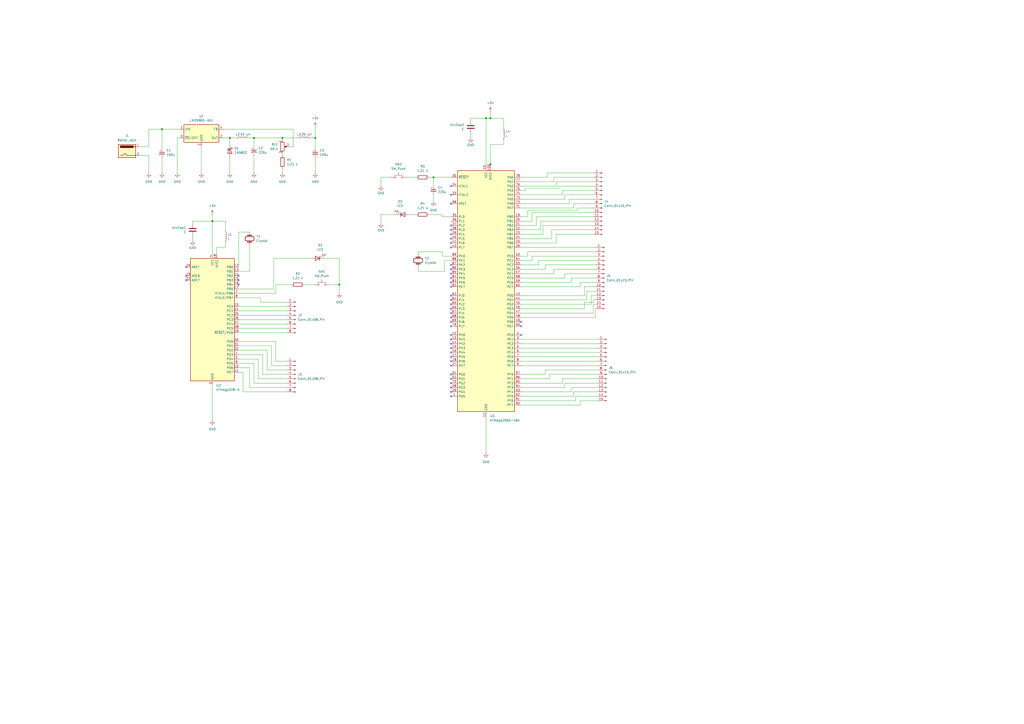
<source format=kicad_sch>
(kicad_sch (version 20231120) (generator "eeschema") (generator_version "8.0")
  (paper "A2")
  (lib_symbols
    (symbol "Connector:Barrel_Jack" (pin_names (offset 1.016))
      (property "Reference" "J" (at 0 5.334 0))
      (property "Value" "Barrel_Jack" (at 0 -5.08 0))
      (symbol "Barrel_Jack_1_1"
        (pin passive line (at 7.62 2.54 180) (length 2.54) (name "~") (number "1"))
        (pin passive line (at 7.62 -2.54 180) (length 2.54) (name "~") (number "2"))
      )
    )
    (symbol "Connector:Conn_01x08_Pin" (pin_names (offset 1.016) hide)
      (property "Reference" "J" (at 0 10.16 0))
      (property "Value" "Conn_01x08_Pin" (at 0 -12.7 0))
      (symbol "Conn_01x08_Pin_1_1"
        (pin passive line (at 5.08 7.62 180) (length 3.81) (name "Pin_1") (number "1"))
        (pin passive line (at 5.08 5.08 180) (length 3.81) (name "Pin_2") (number "2"))
        (pin passive line (at 5.08 2.54 180) (length 3.81) (name "Pin_3") (number "3"))
        (pin passive line (at 5.08 0 180) (length 3.81) (name "Pin_4") (number "4"))
        (pin passive line (at 5.08 -2.54 180) (length 3.81) (name "Pin_5") (number "5"))
        (pin passive line (at 5.08 -5.08 180) (length 3.81) (name "Pin_6") (number "6"))
        (pin passive line (at 5.08 -7.62 180) (length 3.81) (name "Pin_7") (number "7"))
        (pin passive line (at 5.08 -10.16 180) (length 3.81) (name "Pin_8") (number "8"))
      )
    )
    (symbol "Connector:Conn_01x15_Pin" (pin_names (offset 1.016) hide)
      (property "Reference" "J" (at 0 20.32 0))
      (property "Value" "Conn_01x15_Pin" (at 0 -20.32 0))
      (symbol "Conn_01x15_Pin_1_1"
        (pin passive line (at 5.08 17.78 180) (length 3.81) (name "Pin_1") (number "1"))
        (pin passive line (at 5.08 -5.08 180) (length 3.81) (name "Pin_10") (number "10"))
        (pin passive line (at 5.08 -7.62 180) (length 3.81) (name "Pin_11") (number "11"))
        (pin passive line (at 5.08 -10.16 180) (length 3.81) (name "Pin_12") (number "12"))
        (pin passive line (at 5.08 -12.7 180) (length 3.81) (name "Pin_13") (number "13"))
        (pin passive line (at 5.08 -15.24 180) (length 3.81) (name "Pin_14") (number "14"))
        (pin passive line (at 5.08 -17.78 180) (length 3.81) (name "Pin_15") (number "15"))
        (pin passive line (at 5.08 15.24 180) (length 3.81) (name "Pin_2") (number "2"))
        (pin passive line (at 5.08 12.7 180) (length 3.81) (name "Pin_3") (number "3"))
        (pin passive line (at 5.08 10.16 180) (length 3.81) (name "Pin_4") (number "4"))
        (pin passive line (at 5.08 7.62 180) (length 3.81) (name "Pin_5") (number "5"))
        (pin passive line (at 5.08 5.08 180) (length 3.81) (name "Pin_6") (number "6"))
        (pin passive line (at 5.08 2.54 180) (length 3.81) (name "Pin_7") (number "7"))
        (pin passive line (at 5.08 0 180) (length 3.81) (name "Pin_8") (number "8"))
        (pin passive line (at 5.08 -2.54 180) (length 3.81) (name "Pin_9") (number "9"))
      )
    )
    (symbol "Device:C" (pin_numbers hide) (pin_names (offset 0.254))
      (property "Reference" "C" (at 0.635 2.54 0))
      (property "Value" "C" (at 0.635 -2.54 0))
      (symbol "C_1_1"
        (pin passive line (at 0 3.81 270) (length 2.794) (name "~") (number "1"))
        (pin passive line (at 0 -3.81 90) (length 2.794) (name "~") (number "2"))
      )
    )
    (symbol "Device:C_Polarized_Small_US" (pin_numbers hide) (pin_names (offset 0.254) hide)
      (property "Reference" "C" (at 0.254 1.778 0))
      (property "Value" "C_Polarized_Small_US" (at 0.254 -2.032 0))
      (symbol "C_Polarized_Small_US_1_1"
        (pin passive line (at 0 2.54 270) (length 2.032) (name "~") (number "1"))
        (pin passive line (at 0 -2.54 90) (length 2.032) (name "~") (number "2"))
      )
    )
    (symbol "Device:Crystal" (pin_numbers hide) (pin_names (offset 1.016) hide)
      (property "Reference" "Y" (at 0 3.81 0))
      (property "Value" "Crystal" (at 0 -3.81 0))
      (symbol "Crystal_1_1"
        (pin passive line (at -3.81 0 0) (length 1.27) (name "1") (number "1"))
        (pin passive line (at 3.81 0 180) (length 1.27) (name "2") (number "2"))
      )
    )
    (symbol "Device:L" (pin_numbers hide) (pin_names (offset 1.016) hide)
      (property "Reference" "L" (at -1.27 0 90))
      (property "Value" "L" (at 1.905 0 90))
      (symbol "L_1_1"
        (pin passive line (at 0 3.81 270) (length 1.27) (name "1") (number "1"))
        (pin passive line (at 0 -3.81 90) (length 1.27) (name "2") (number "2"))
      )
    )
    (symbol "Device:LED" (pin_numbers hide) (pin_names (offset 1.016) hide)
      (property "Reference" "D" (at 0 2.54 0))
      (property "Value" "LED" (at 0 -2.54 0))
      (symbol "LED_1_1"
        (pin passive line (at -3.81 0 0) (length 2.54) (name "K") (number "1"))
        (pin passive line (at 3.81 0 180) (length 2.54) (name "A") (number "2"))
      )
    )
    (symbol "Device:R" (pin_numbers hide) (pin_names (offset 0))
      (property "Reference" "R" (at 2.032 0 90))
      (property "Value" "R" (at 0 0 90))
      (symbol "R_1_1"
        (pin passive line (at 0 3.81 270) (length 1.27) (name "~") (number "1"))
        (pin passive line (at 0 -3.81 90) (length 1.27) (name "~") (number "2"))
      )
    )
    (symbol "Device:R_Potentiometer" (pin_names (offset 1.016) hide)
      (property "Reference" "RV" (at -4.445 0 90))
      (property "Value" "R_Potentiometer" (at -2.54 0 90))
      (symbol "R_Potentiometer_1_1"
        (pin passive line (at 0 3.81 270) (length 1.27) (name "1") (number "1"))
        (pin passive line (at 3.81 0 180) (length 1.27) (name "2") (number "2"))
        (pin passive line (at 0 -3.81 90) (length 1.27) (name "3") (number "3"))
      )
    )
    (symbol "Diode:1N5822" (pin_numbers hide) (pin_names (offset 1.016) hide)
      (property "Reference" "D" (at 0 2.54 0))
      (property "Value" "1N5822" (at 0 -2.54 0))
      (symbol "1N5822_1_1"
        (pin passive line (at -3.81 0 0) (length 2.54) (name "K") (number "1"))
        (pin passive line (at 3.81 0 180) (length 2.54) (name "A") (number "2"))
      )
    )
    (symbol "MCU_Microchip_ATmega:ATmega2560-16A"
      (property "Reference" "U" (at 0 1.27 0))
      (property "Value" "ATmega2560-16A" (at 0 -1.27 0))
      (symbol "ATmega2560-16A_1_1"
        (pin bidirectional line (at -20.32 -60.96 0) (length 3.81) (name "PG5") (number "1"))
        (pin power_in line (at 0 73.66 270) (length 3.81) (name "VCC") (number "10"))
        (pin power_in line (at 2.54 73.66 270) (length 3.81) (name "AVCC") (number "100"))
        (pin power_in line (at 0 -73.66 90) (length 3.81) (name "GND") (number "11"))
        (pin bidirectional line (at -20.32 -25.4 0) (length 3.81) (name "PH0") (number "12"))
        (pin bidirectional line (at -20.32 -27.94 0) (length 3.81) (name "PH1") (number "13"))
        (pin bidirectional line (at -20.32 -30.48 0) (length 3.81) (name "PH2") (number "14"))
        (pin bidirectional line (at -20.32 -33.02 0) (length 3.81) (name "PH3") (number "15"))
        (pin bidirectional line (at -20.32 -35.56 0) (length 3.81) (name "PH4") (number "16"))
        (pin bidirectional line (at -20.32 -38.1 0) (length 3.81) (name "PH5") (number "17"))
        (pin bidirectional line (at -20.32 -40.64 0) (length 3.81) (name "PH6") (number "18"))
        (pin bidirectional line (at 20.32 43.18 180) (length 3.81) (name "PB0") (number "19"))
        (pin bidirectional line (at 20.32 -25.4 180) (length 3.81) (name "PE0") (number "2"))
        (pin bidirectional line (at 20.32 40.64 180) (length 3.81) (name "PB1") (number "20"))
        (pin bidirectional line (at 20.32 38.1 180) (length 3.81) (name "PB2") (number "21"))
        (pin bidirectional line (at 20.32 35.56 180) (length 3.81) (name "PB3") (number "22"))
        (pin bidirectional line (at 20.32 33.02 180) (length 3.81) (name "PB4") (number "23"))
        (pin bidirectional line (at 20.32 30.48 180) (length 3.81) (name "PB5") (number "24"))
        (pin bidirectional line (at 20.32 27.94 180) (length 3.81) (name "PB6") (number "25"))
        (pin bidirectional line (at 20.32 25.4 180) (length 3.81) (name "PB7") (number "26"))
        (pin bidirectional line (at -20.32 -43.18 0) (length 3.81) (name "PH7") (number "27"))
        (pin bidirectional line (at -20.32 -55.88 0) (length 3.81) (name "PG3") (number "28"))
        (pin bidirectional line (at -20.32 -58.42 0) (length 3.81) (name "PG4") (number "29"))
        (pin bidirectional line (at 20.32 -27.94 180) (length 3.81) (name "PE1") (number "3"))
        (pin input line (at -20.32 66.04 0) (length 3.81) (name "~{RESET}") (number "30"))
        (pin passive line (at 0 73.66 270) (length 3.81) hide (name "VCC") (number "31"))
        (pin passive line (at 0 -73.66 90) (length 3.81) hide (name "GND") (number "32"))
        (pin output line (at -20.32 55.88 0) (length 3.81) (name "XTAL2") (number "33"))
        (pin input line (at -20.32 60.96 0) (length 3.81) (name "XTAL1") (number "34"))
        (pin bidirectional line (at -20.32 43.18 0) (length 3.81) (name "PL0") (number "35"))
        (pin bidirectional line (at -20.32 40.64 0) (length 3.81) (name "PL1") (number "36"))
        (pin bidirectional line (at -20.32 38.1 0) (length 3.81) (name "PL2") (number "37"))
        (pin bidirectional line (at -20.32 35.56 0) (length 3.81) (name "PL3") (number "38"))
        (pin bidirectional line (at -20.32 33.02 0) (length 3.81) (name "PL4") (number "39"))
        (pin bidirectional line (at 20.32 -30.48 180) (length 3.81) (name "PE2") (number "4"))
        (pin bidirectional line (at -20.32 30.48 0) (length 3.81) (name "PL5") (number "40"))
        (pin bidirectional line (at -20.32 27.94 0) (length 3.81) (name "PL6") (number "41"))
        (pin bidirectional line (at -20.32 25.4 0) (length 3.81) (name "PL7") (number "42"))
        (pin bidirectional line (at 20.32 -2.54 180) (length 3.81) (name "PD0") (number "43"))
        (pin bidirectional line (at 20.32 -5.08 180) (length 3.81) (name "PD1") (number "44"))
        (pin bidirectional line (at 20.32 -7.62 180) (length 3.81) (name "PD2") (number "45"))
        (pin bidirectional line (at 20.32 -10.16 180) (length 3.81) (name "PD3") (number "46"))
        (pin bidirectional line (at 20.32 -12.7 180) (length 3.81) (name "PD4") (number "47"))
        (pin bidirectional line (at 20.32 -15.24 180) (length 3.81) (name "PD5") (number "48"))
        (pin bidirectional line (at 20.32 -17.78 180) (length 3.81) (name "PD6") (number "49"))
        (pin bidirectional line (at 20.32 -33.02 180) (length 3.81) (name "PE3") (number "5"))
        (pin bidirectional line (at 20.32 -20.32 180) (length 3.81) (name "PD7") (number "50"))
        (pin bidirectional line (at -20.32 -48.26 0) (length 3.81) (name "PG0") (number "51"))
        (pin bidirectional line (at -20.32 -50.8 0) (length 3.81) (name "PG1") (number "52"))
        (pin bidirectional line (at 20.32 20.32 180) (length 3.81) (name "PC0") (number "53"))
        (pin bidirectional line (at 20.32 17.78 180) (length 3.81) (name "PC1") (number "54"))
        (pin bidirectional line (at 20.32 15.24 180) (length 3.81) (name "PC2") (number "55"))
        (pin bidirectional line (at 20.32 12.7 180) (length 3.81) (name "PC3") (number "56"))
        (pin bidirectional line (at 20.32 10.16 180) (length 3.81) (name "PC4") (number "57"))
        (pin bidirectional line (at 20.32 7.62 180) (length 3.81) (name "PC5") (number "58"))
        (pin bidirectional line (at 20.32 5.08 180) (length 3.81) (name "PC6") (number "59"))
        (pin bidirectional line (at 20.32 -35.56 180) (length 3.81) (name "PE4") (number "6"))
        (pin bidirectional line (at 20.32 2.54 180) (length 3.81) (name "PC7") (number "60"))
        (pin passive line (at 0 73.66 270) (length 3.81) hide (name "VCC") (number "61"))
        (pin passive line (at 0 -73.66 90) (length 3.81) hide (name "GND") (number "62"))
        (pin bidirectional line (at -20.32 -2.54 0) (length 3.81) (name "PJ0") (number "63"))
        (pin bidirectional line (at -20.32 -5.08 0) (length 3.81) (name "PJ1") (number "64"))
        (pin bidirectional line (at -20.32 -7.62 0) (length 3.81) (name "PJ2") (number "65"))
        (pin bidirectional line (at -20.32 -10.16 0) (length 3.81) (name "PJ3") (number "66"))
        (pin bidirectional line (at -20.32 -12.7 0) (length 3.81) (name "PJ4") (number "67"))
        (pin bidirectional line (at -20.32 -15.24 0) (length 3.81) (name "PJ5") (number "68"))
        (pin bidirectional line (at -20.32 -17.78 0) (length 3.81) (name "PJ6") (number "69"))
        (pin bidirectional line (at 20.32 -38.1 180) (length 3.81) (name "PE5") (number "7"))
        (pin bidirectional line (at -20.32 -53.34 0) (length 3.81) (name "PG2") (number "70"))
        (pin bidirectional line (at 20.32 48.26 180) (length 3.81) (name "PA7") (number "71"))
        (pin bidirectional line (at 20.32 50.8 180) (length 3.81) (name "PA6") (number "72"))
        (pin bidirectional line (at 20.32 53.34 180) (length 3.81) (name "PA5") (number "73"))
        (pin bidirectional line (at 20.32 55.88 180) (length 3.81) (name "PA4") (number "74"))
        (pin bidirectional line (at 20.32 58.42 180) (length 3.81) (name "PA3") (number "75"))
        (pin bidirectional line (at 20.32 60.96 180) (length 3.81) (name "PA2") (number "76"))
        (pin bidirectional line (at 20.32 63.5 180) (length 3.81) (name "PA1") (number "77"))
        (pin bidirectional line (at 20.32 66.04 180) (length 3.81) (name "PA0") (number "78"))
        (pin bidirectional line (at -20.32 -20.32 0) (length 3.81) (name "PJ7") (number "79"))
        (pin bidirectional line (at 20.32 -40.64 180) (length 3.81) (name "PE6") (number "8"))
        (pin passive line (at 0 73.66 270) (length 3.81) hide (name "VCC") (number "80"))
        (pin passive line (at 0 -73.66 90) (length 3.81) hide (name "GND") (number "81"))
        (pin bidirectional line (at -20.32 2.54 0) (length 3.81) (name "PK7") (number "82"))
        (pin bidirectional line (at -20.32 5.08 0) (length 3.81) (name "PK6") (number "83"))
        (pin bidirectional line (at -20.32 7.62 0) (length 3.81) (name "PK5") (number "84"))
        (pin bidirectional line (at -20.32 10.16 0) (length 3.81) (name "PK4") (number "85"))
        (pin bidirectional line (at -20.32 12.7 0) (length 3.81) (name "PK3") (number "86"))
        (pin bidirectional line (at -20.32 15.24 0) (length 3.81) (name "PK2") (number "87"))
        (pin bidirectional line (at -20.32 17.78 0) (length 3.81) (name "PK1") (number "88"))
        (pin bidirectional line (at -20.32 20.32 0) (length 3.81) (name "PK0") (number "89"))
        (pin bidirectional line (at 20.32 -43.18 180) (length 3.81) (name "PE7") (number "9"))
        (pin bidirectional line (at 20.32 -66.04 180) (length 3.81) (name "PF7") (number "90"))
        (pin bidirectional line (at 20.32 -63.5 180) (length 3.81) (name "PF6") (number "91"))
        (pin bidirectional line (at 20.32 -60.96 180) (length 3.81) (name "PF5") (number "92"))
        (pin bidirectional line (at 20.32 -58.42 180) (length 3.81) (name "PF4") (number "93"))
        (pin bidirectional line (at 20.32 -55.88 180) (length 3.81) (name "PF3") (number "94"))
        (pin bidirectional line (at 20.32 -53.34 180) (length 3.81) (name "PF2") (number "95"))
        (pin bidirectional line (at 20.32 -50.8 180) (length 3.81) (name "PF1") (number "96"))
        (pin bidirectional line (at 20.32 -48.26 180) (length 3.81) (name "PF0") (number "97"))
        (pin passive line (at -20.32 50.8 0) (length 3.81) (name "AREF") (number "98"))
        (pin passive line (at 0 -73.66 90) (length 3.81) hide (name "GND") (number "99"))
      )
    )
    (symbol "MCU_Microchip_ATmega:ATmega328-A"
      (property "Reference" "U" (at -12.7 36.83 0))
      (property "Value" "ATmega328-A" (at 2.54 -36.83 0))
      (symbol "ATmega328-A_1_1"
        (pin bidirectional line (at 15.24 -20.32 180) (length 2.54) (name "PD3") (number "1"))
        (pin bidirectional line (at 15.24 -27.94 180) (length 2.54) (name "PD6") (number "10"))
        (pin bidirectional line (at 15.24 -30.48 180) (length 2.54) (name "PD7") (number "11"))
        (pin bidirectional line (at 15.24 30.48 180) (length 2.54) (name "PB0") (number "12"))
        (pin bidirectional line (at 15.24 27.94 180) (length 2.54) (name "PB1") (number "13"))
        (pin bidirectional line (at 15.24 25.4 180) (length 2.54) (name "PB2") (number "14"))
        (pin bidirectional line (at 15.24 22.86 180) (length 2.54) (name "PB3") (number "15"))
        (pin bidirectional line (at 15.24 20.32 180) (length 2.54) (name "PB4") (number "16"))
        (pin bidirectional line (at 15.24 17.78 180) (length 2.54) (name "PB5") (number "17"))
        (pin power_in line (at 2.54 38.1 270) (length 2.54) (name "AVCC") (number "18"))
        (pin input line (at -15.24 25.4 0) (length 2.54) (name "ADC6") (number "19"))
        (pin bidirectional line (at 15.24 -22.86 180) (length 2.54) (name "PD4") (number "2"))
        (pin passive line (at -15.24 30.48 0) (length 2.54) (name "AREF") (number "20"))
        (pin passive line (at 0 -38.1 90) (length 2.54) hide (name "GND") (number "21"))
        (pin input line (at -15.24 22.86 0) (length 2.54) (name "ADC7") (number "22"))
        (pin bidirectional line (at 15.24 7.62 180) (length 2.54) (name "PC0") (number "23"))
        (pin bidirectional line (at 15.24 5.08 180) (length 2.54) (name "PC1") (number "24"))
        (pin bidirectional line (at 15.24 2.54 180) (length 2.54) (name "PC2") (number "25"))
        (pin bidirectional line (at 15.24 0 180) (length 2.54) (name "PC3") (number "26"))
        (pin bidirectional line (at 15.24 -2.54 180) (length 2.54) (name "PC4") (number "27"))
        (pin bidirectional line (at 15.24 -5.08 180) (length 2.54) (name "PC5") (number "28"))
        (pin bidirectional line (at 15.24 -7.62 180) (length 2.54) (name "~{RESET}/PC6") (number "29"))
        (pin power_in line (at 0 -38.1 90) (length 2.54) (name "GND") (number "3"))
        (pin bidirectional line (at 15.24 -12.7 180) (length 2.54) (name "PD0") (number "30"))
        (pin bidirectional line (at 15.24 -15.24 180) (length 2.54) (name "PD1") (number "31"))
        (pin bidirectional line (at 15.24 -17.78 180) (length 2.54) (name "PD2") (number "32"))
        (pin power_in line (at 0 38.1 270) (length 2.54) (name "VCC") (number "4"))
        (pin passive line (at 0 -38.1 90) (length 2.54) hide (name "GND") (number "5"))
        (pin passive line (at 0 38.1 270) (length 2.54) hide (name "VCC") (number "6"))
        (pin bidirectional line (at 15.24 15.24 180) (length 2.54) (name "XTAL1/PB6") (number "7"))
        (pin bidirectional line (at 15.24 12.7 180) (length 2.54) (name "XTAL2/PB7") (number "8"))
        (pin bidirectional line (at 15.24 -25.4 180) (length 2.54) (name "PD5") (number "9"))
      )
    )
    (symbol "Regulator_Switching:LM2596S-ADJ"
      (property "Reference" "U" (at -10.16 6.35 0))
      (property "Value" "LM2596S-ADJ" (at 0 6.35 0))
      (symbol "LM2596S-ADJ_1_1"
        (pin power_in line (at -12.7 2.54 0) (length 2.54) (name "VIN") (number "1"))
        (pin output line (at 12.7 -2.54 180) (length 2.54) (name "OUT") (number "2"))
        (pin power_in line (at 0 -7.62 90) (length 2.54) (name "GND") (number "3"))
        (pin input line (at 12.7 2.54 180) (length 2.54) (name "FB") (number "4"))
        (pin input line (at -12.7 -2.54 0) (length 2.54) (name "~{ON}/OFF") (number "5"))
      )
    )
    (symbol "Switch:SW_Push" (pin_numbers hide) (pin_names (offset 1.016) hide)
      (property "Reference" "SW" (at 1.27 2.54 0))
      (property "Value" "SW_Push" (at 0 -1.524 0))
      (symbol "SW_Push_0_1"
        (pin passive line (at -5.08 0 0) (length 2.54) (name "1") (number "1"))
        (pin passive line (at 5.08 0 180) (length 2.54) (name "2") (number "2"))
      )
    )
    (symbol "power:+5V" (power) (pin_numbers hide) (pin_names (offset 0) hide)
      (property "Value" "+5V" (at 0 3.556 0))
      (symbol "+5V_1_1"
        (pin power_in line (at 0 0 90) (length 0) (name "~") (number "1"))
      )
    )
    (symbol "power:GND" (power) (pin_numbers hide) (pin_names (offset 0) hide)
      (property "Value" "GND" (at 0 -3.81 0))
      (symbol "GND_1_1"
        (pin power_in line (at 0 0 270) (length 0) (name "~") (number "1"))
      )
    )
  )
  (junction (at 284.48 68.58))
  (junction (at 251.46 102.87))
  (junction (at 196.85 165.1))
  (junction (at 123.19 128.27))
  (junction (at 182.88 80.01))
  (junction (at 284.48 95.25))
  (junction (at 133.35 80.01))
  (junction (at 147.32 80.01))
  (junction (at 93.98 74.93))
  (junction (at 163.83 80.01))
  (junction (at 281.94 68.58))
  (no_connect (at 261.62 184.15))
  (no_connect (at 302.26 189.23))
  (no_connect (at 261.62 194.31))
  (no_connect (at 138.43 162.56))
  (no_connect (at 261.62 212.09))
  (no_connect (at 261.62 118.11))
  (no_connect (at 261.62 113.03))
  (no_connect (at 302.26 194.31))
  (no_connect (at 261.62 163.83))
  (no_connect (at 261.62 173.99))
  (no_connect (at 261.62 138.43))
  (no_connect (at 261.62 133.35))
  (no_connect (at 261.62 196.85))
  (no_connect (at 138.43 165.1))
  (no_connect (at 261.62 229.87))
  (no_connect (at 138.43 160.02))
  (no_connect (at 261.62 189.23))
  (no_connect (at 261.62 179.07))
  (no_connect (at 261.62 204.47))
  (no_connect (at 261.62 224.79))
  (no_connect (at 261.62 171.45))
  (no_connect (at 261.62 135.89))
  (no_connect (at 261.62 227.33))
  (no_connect (at 261.62 161.29))
  (no_connect (at 261.62 219.71))
  (no_connect (at 261.62 209.55))
  (no_connect (at 261.62 140.97))
  (no_connect (at 261.62 158.75))
  (no_connect (at 261.62 199.39))
  (no_connect (at 261.62 217.17))
  (no_connect (at 261.62 153.67))
  (no_connect (at 107.95 154.94))
  (no_connect (at 261.62 186.69))
  (no_connect (at 261.62 181.61))
  (no_connect (at 107.95 162.56))
  (no_connect (at 107.95 160.02))
  (no_connect (at 261.62 156.21))
  (no_connect (at 261.62 130.81))
  (no_connect (at 261.62 107.95))
  (no_connect (at 261.62 166.37))
  (no_connect (at 261.62 201.93))
  (no_connect (at 261.62 143.51))
  (no_connect (at 261.62 222.25))
  (no_connect (at 261.62 207.01))
  (no_connect (at 261.62 176.53))
  (no_connect (at 302.26 186.69))
  (wire (pts (xy 182.88 91.44) (xy 182.88 100.33)))
  (wire (pts (xy 327.66 224.79) (xy 327.66 222.25)))
  (wire (pts (xy 316.23 156.21) (xy 302.26 156.21)))
  (wire (pts (xy 334.01 232.41) (xy 302.26 232.41)))
  (wire (pts (xy 302.26 140.97) (xy 322.58 140.97)))
  (wire (pts (xy 160.02 198.12) (xy 138.43 198.12)))
  (wire (pts (xy 138.43 180.34) (xy 166.37 180.34)))
  (wire (pts (xy 344.17 176.53) (xy 344.17 181.61)))
  (wire (pts (xy 302.26 143.51) (xy 345.44 143.51)))
  (wire (pts (xy 302.26 130.81) (xy 311.15 130.81)))
  (wire (pts (xy 308.61 123.19) (xy 308.61 128.27)))
  (wire (pts (xy 346.71 219.71) (xy 326.39 219.71)))
  (wire (pts (xy 326.39 222.25) (xy 302.26 222.25)))
  (wire (pts (xy 326.39 113.03) (xy 326.39 110.49)))
  (wire (pts (xy 292.1 73.66) (xy 292.1 68.58)))
  (wire (pts (xy 144.78 142.24) (xy 144.78 157.48)))
  (wire (pts (xy 284.48 83.82) (xy 292.1 83.82)))
  (wire (pts (xy 157.48 200.66) (xy 157.48 212.09)))
  (wire (pts (xy 170.18 85.09) (xy 170.18 74.93)))
  (wire (pts (xy 344.17 107.95) (xy 323.85 107.95)))
  (wire (pts (xy 302.26 115.57) (xy 327.66 115.57)))
  (wire (pts (xy 327.66 158.75) (xy 327.66 161.29)))
  (wire (pts (xy 147.32 90.17) (xy 147.32 100.33)))
  (wire (pts (xy 302.26 120.65) (xy 332.74 120.65)))
  (wire (pts (xy 302.26 135.89) (xy 314.96 135.89)))
  (wire (pts (xy 256.54 125.73) (xy 261.62 125.73)))
  (wire (pts (xy 180.34 149.86) (xy 158.75 149.86)))
  (wire (pts (xy 332.74 118.11) (xy 344.17 118.11)))
  (wire (pts (xy 302.26 148.59) (xy 306.07 148.59)))
  (wire (pts (xy 346.71 224.79) (xy 331.47 224.79)))
  (wire (pts (xy 322.58 140.97) (xy 322.58 135.89)))
  (wire (pts (xy 157.48 212.09) (xy 166.37 212.09)))
  (wire (pts (xy 273.05 69.85) (xy 273.05 68.58)))
  (wire (pts (xy 130.81 128.27) (xy 123.19 128.27)))
  (wire (pts (xy 326.39 110.49) (xy 344.17 110.49)))
  (wire (pts (xy 102.87 80.01) (xy 104.14 80.01)))
  (wire (pts (xy 140.97 227.33) (xy 166.37 227.33)))
  (wire (pts (xy 342.9 171.45) (xy 342.9 176.53)))
  (wire (pts (xy 130.81 133.35) (xy 130.81 128.27)))
  (wire (pts (xy 284.48 95.25) (xy 284.48 96.52)))
  (wire (pts (xy 302.26 173.99) (xy 340.36 173.99)))
  (wire (pts (xy 345.44 166.37) (xy 339.09 166.37)))
  (wire (pts (xy 306.07 146.05) (xy 345.44 146.05)))
  (wire (pts (xy 302.26 224.79) (xy 327.66 224.79)))
  (wire (pts (xy 302.26 234.95) (xy 336.55 234.95)))
  (wire (pts (xy 330.2 115.57) (xy 330.2 118.11)))
  (wire (pts (xy 256.54 148.59) (xy 261.62 148.59)))
  (wire (pts (xy 314.96 130.81) (xy 344.17 130.81)))
  (wire (pts (xy 147.32 222.25) (xy 166.37 222.25)))
  (wire (pts (xy 344.17 181.61) (xy 302.26 181.61)))
  (wire (pts (xy 242.57 146.05) (xy 256.54 146.05)))
  (wire (pts (xy 345.44 148.59) (xy 308.61 148.59)))
  (wire (pts (xy 160.02 209.55) (xy 160.02 198.12)))
  (wire (pts (xy 196.85 165.1) (xy 196.85 170.18)))
  (wire (pts (xy 130.81 143.51) (xy 125.73 143.51)))
  (wire (pts (xy 302.26 196.85) (xy 346.71 196.85)))
  (wire (pts (xy 302.26 153.67) (xy 312.42 153.67)))
  (wire (pts (xy 93.98 86.36) (xy 93.98 74.93)))
  (wire (pts (xy 318.77 219.71) (xy 318.77 217.17)))
  (wire (pts (xy 331.47 224.79) (xy 331.47 227.33)))
  (wire (pts (xy 111.76 129.54) (xy 111.76 128.27)))
  (wire (pts (xy 187.96 149.86) (xy 196.85 149.86)))
  (wire (pts (xy 331.47 163.83) (xy 331.47 161.29)))
  (wire (pts (xy 257.81 151.13) (xy 257.81 157.48)))
  (wire (pts (xy 302.26 201.93) (xy 346.71 201.93)))
  (wire (pts (xy 302.26 163.83) (xy 331.47 163.83)))
  (wire (pts (xy 147.32 210.82) (xy 147.32 222.25)))
  (wire (pts (xy 102.87 100.33) (xy 102.87 80.01)))
  (wire (pts (xy 316.23 217.17) (xy 302.26 217.17)))
  (wire (pts (xy 138.43 182.88) (xy 166.37 182.88)))
  (wire (pts (xy 346.71 214.63) (xy 316.23 214.63)))
  (wire (pts (xy 321.31 105.41) (xy 302.26 105.41)))
  (wire (pts (xy 242.57 157.48) (xy 242.57 154.94)))
  (wire (pts (xy 248.92 124.46) (xy 256.54 124.46)))
  (wire (pts (xy 335.28 120.65) (xy 335.28 121.92)))
  (wire (pts (xy 320.04 133.35) (xy 320.04 138.43)))
  (wire (pts (xy 166.37 224.79) (xy 144.78 224.79)))
  (wire (pts (xy 281.94 242.57) (xy 281.94 262.89)))
  (wire (pts (xy 339.09 179.07) (xy 339.09 175.26)))
  (wire (pts (xy 316.23 214.63) (xy 316.23 217.17)))
  (wire (pts (xy 182.88 80.01) (xy 182.88 86.36)))
  (wire (pts (xy 345.44 171.45) (xy 342.9 171.45)))
  (wire (pts (xy 152.4 217.17) (xy 166.37 217.17)))
  (wire (pts (xy 144.78 213.36) (xy 138.43 213.36)))
  (wire (pts (xy 302.26 204.47) (xy 346.71 204.47)))
  (wire (pts (xy 344.17 133.35) (xy 320.04 133.35)))
  (wire (pts (xy 144.78 157.48) (xy 138.43 157.48)))
  (wire (pts (xy 331.47 227.33) (xy 302.26 227.33)))
  (wire (pts (xy 180.34 80.01) (xy 182.88 80.01)))
  (wire (pts (xy 138.43 200.66) (xy 157.48 200.66)))
  (wire (pts (xy 344.17 123.19) (xy 308.61 123.19)))
  (wire (pts (xy 147.32 80.01) (xy 144.78 80.01)))
  (wire (pts (xy 322.58 107.95) (xy 322.58 105.41)))
  (wire (pts (xy 152.4 205.74) (xy 152.4 217.17)))
  (wire (pts (xy 138.43 215.9) (xy 140.97 215.9)))
  (wire (pts (xy 237.49 124.46) (xy 241.3 124.46)))
  (wire (pts (xy 86.36 100.33) (xy 86.36 90.17)))
  (wire (pts (xy 330.2 118.11) (xy 302.26 118.11)))
  (wire (pts (xy 345.44 153.67) (xy 316.23 153.67)))
  (wire (pts (xy 304.8 109.22) (xy 304.8 110.49)))
  (wire (pts (xy 327.66 113.03) (xy 344.17 113.03)))
  (wire (pts (xy 302.26 102.87) (xy 317.5 102.87)))
  (wire (pts (xy 344.17 115.57) (xy 330.2 115.57)))
  (wire (pts (xy 321.31 156.21) (xy 345.44 156.21)))
  (wire (pts (xy 93.98 91.44) (xy 93.98 100.33)))
  (wire (pts (xy 317.5 100.33) (xy 344.17 100.33)))
  (wire (pts (xy 160.02 165.1) (xy 160.02 170.18)))
  (wire (pts (xy 344.17 102.87) (xy 321.31 102.87)))
  (wire (pts (xy 345.44 158.75) (xy 327.66 158.75)))
  (wire (pts (xy 342.9 176.53) (xy 302.26 176.53)))
  (wire (pts (xy 163.83 80.01) (xy 172.72 80.01)))
  (wire (pts (xy 151.13 172.72) (xy 151.13 175.26)))
  (wire (pts (xy 86.36 85.09) (xy 86.36 74.93)))
  (wire (pts (xy 320.04 138.43) (xy 302.26 138.43)))
  (wire (pts (xy 86.36 74.93) (xy 93.98 74.93)))
  (wire (pts (xy 302.26 199.39) (xy 346.71 199.39)))
  (wire (pts (xy 111.76 128.27) (xy 123.19 128.27)))
  (wire (pts (xy 149.86 208.28) (xy 138.43 208.28)))
  (wire (pts (xy 138.43 190.5) (xy 166.37 190.5)))
  (wire (pts (xy 313.69 128.27) (xy 313.69 133.35)))
  (wire (pts (xy 311.15 125.73) (xy 344.17 125.73)))
  (wire (pts (xy 340.36 173.99) (xy 340.36 168.91)))
  (wire (pts (xy 345.44 184.15) (xy 345.44 179.07)))
  (wire (pts (xy 176.53 165.1) (xy 181.61 165.1)))
  (wire (pts (xy 322.58 135.89) (xy 344.17 135.89)))
  (wire (pts (xy 140.97 215.9) (xy 140.97 227.33)))
  (wire (pts (xy 336.55 234.95) (xy 336.55 232.41)))
  (wire (pts (xy 261.62 151.13) (xy 257.81 151.13)))
  (wire (pts (xy 248.92 102.87) (xy 251.46 102.87)))
  (wire (pts (xy 168.91 165.1) (xy 160.02 165.1)))
  (wire (pts (xy 327.66 115.57) (xy 327.66 113.03)))
  (wire (pts (xy 345.44 163.83) (xy 336.55 163.83)))
  (wire (pts (xy 317.5 102.87) (xy 317.5 100.33)))
  (wire (pts (xy 93.98 74.93) (xy 104.14 74.93)))
  (wire (pts (xy 167.64 85.09) (xy 170.18 85.09)))
  (wire (pts (xy 129.54 80.01) (xy 133.35 80.01)))
  (wire (pts (xy 133.35 91.44) (xy 133.35 100.33)))
  (wire (pts (xy 335.28 121.92) (xy 306.07 121.92)))
  (wire (pts (xy 151.13 175.26) (xy 166.37 175.26)))
  (wire (pts (xy 306.07 121.92) (xy 306.07 125.73)))
  (wire (pts (xy 138.43 205.74) (xy 152.4 205.74)))
  (wire (pts (xy 138.43 185.42) (xy 166.37 185.42)))
  (wire (pts (xy 123.19 124.46) (xy 123.19 128.27)))
  (wire (pts (xy 182.88 73.66) (xy 182.88 80.01)))
  (wire (pts (xy 302.26 107.95) (xy 322.58 107.95)))
  (wire (pts (xy 226.06 102.87) (xy 220.98 102.87)))
  (wire (pts (xy 313.69 133.35) (xy 302.26 133.35)))
  (wire (pts (xy 292.1 81.28) (xy 292.1 83.82)))
  (wire (pts (xy 331.47 161.29) (xy 345.44 161.29)))
  (wire (pts (xy 345.44 176.53) (xy 344.17 176.53)))
  (wire (pts (xy 166.37 219.71) (xy 149.86 219.71)))
  (wire (pts (xy 332.74 229.87) (xy 332.74 227.33)))
  (wire (pts (xy 323.85 109.22) (xy 304.8 109.22)))
  (wire (pts (xy 160.02 170.18) (xy 138.43 170.18)))
  (wire (pts (xy 284.48 83.82) (xy 284.48 95.25)))
  (wire (pts (xy 138.43 172.72) (xy 151.13 172.72)))
  (wire (pts (xy 302.26 212.09) (xy 346.71 212.09)))
  (wire (pts (xy 302.26 179.07) (xy 339.09 179.07)))
  (wire (pts (xy 273.05 68.58) (xy 281.94 68.58)))
  (wire (pts (xy 229.87 124.46) (xy 220.98 124.46)))
  (wire (pts (xy 256.54 124.46) (xy 256.54 125.73)))
  (wire (pts (xy 154.94 203.2) (xy 154.94 214.63)))
  (wire (pts (xy 332.74 120.65) (xy 332.74 118.11)))
  (wire (pts (xy 281.94 68.58) (xy 281.94 95.25)))
  (wire (pts (xy 196.85 149.86) (xy 196.85 165.1)))
  (wire (pts (xy 326.39 219.71) (xy 326.39 222.25)))
  (wire (pts (xy 149.86 219.71) (xy 149.86 208.28)))
  (wire (pts (xy 281.94 68.58) (xy 284.48 68.58)))
  (wire (pts (xy 138.43 203.2) (xy 154.94 203.2)))
  (wire (pts (xy 308.61 128.27) (xy 302.26 128.27)))
  (wire (pts (xy 220.98 102.87) (xy 220.98 107.95)))
  (wire (pts (xy 321.31 158.75) (xy 321.31 156.21)))
  (wire (pts (xy 336.55 166.37) (xy 302.26 166.37)))
  (wire (pts (xy 336.55 232.41) (xy 346.71 232.41)))
  (wire (pts (xy 138.43 193.04) (xy 166.37 193.04)))
  (wire (pts (xy 344.17 173.99) (xy 345.44 173.99)))
  (wire (pts (xy 163.83 88.9) (xy 163.83 90.17)))
  (wire (pts (xy 241.3 102.87) (xy 236.22 102.87)))
  (wire (pts (xy 130.81 140.97) (xy 130.81 143.51)))
  (wire (pts (xy 318.77 217.17) (xy 346.71 217.17)))
  (wire (pts (xy 332.74 227.33) (xy 346.71 227.33)))
  (wire (pts (xy 302.26 229.87) (xy 332.74 229.87)))
  (wire (pts (xy 251.46 107.95) (xy 251.46 102.87)))
  (wire (pts (xy 323.85 107.95) (xy 323.85 109.22)))
  (wire (pts (xy 344.17 175.26) (xy 344.17 173.99)))
  (wire (pts (xy 302.26 219.71) (xy 318.77 219.71)))
  (wire (pts (xy 133.35 80.01) (xy 133.35 83.82)))
  (wire (pts (xy 302.26 184.15) (xy 345.44 184.15)))
  (wire (pts (xy 336.55 163.83) (xy 336.55 166.37)))
  (wire (pts (xy 322.58 105.41) (xy 344.17 105.41)))
  (wire (pts (xy 191.77 165.1) (xy 196.85 165.1)))
  (wire (pts (xy 302.26 113.03) (xy 326.39 113.03)))
  (wire (pts (xy 339.09 166.37) (xy 339.09 171.45)))
  (wire (pts (xy 129.54 74.93) (xy 170.18 74.93)))
  (wire (pts (xy 163.83 97.79) (xy 163.83 100.33)))
  (wire (pts (xy 154.94 214.63) (xy 166.37 214.63)))
  (wire (pts (xy 304.8 110.49) (xy 302.26 110.49)))
  (wire (pts (xy 81.28 90.17) (xy 86.36 90.17)))
  (wire (pts (xy 147.32 85.09) (xy 147.32 80.01)))
  (wire (pts (xy 312.42 153.67) (xy 312.42 151.13)))
  (wire (pts (xy 158.75 149.86) (xy 158.75 167.64)))
  (wire (pts (xy 111.76 137.16) (xy 111.76 139.7)))
  (wire (pts (xy 302.26 209.55) (xy 346.71 209.55)))
  (wire (pts (xy 302.26 207.01) (xy 346.71 207.01)))
  (wire (pts (xy 163.83 80.01) (xy 163.83 81.28)))
  (wire (pts (xy 273.05 77.47) (xy 273.05 80.01)))
  (wire (pts (xy 306.07 125.73) (xy 302.26 125.73)))
  (wire (pts (xy 138.43 187.96) (xy 166.37 187.96)))
  (wire (pts (xy 302.26 158.75) (xy 321.31 158.75)))
  (wire (pts (xy 308.61 151.13) (xy 302.26 151.13)))
  (wire (pts (xy 292.1 68.58) (xy 284.48 68.58)))
  (wire (pts (xy 327.66 161.29) (xy 302.26 161.29)))
  (wire (pts (xy 138.43 177.8) (xy 166.37 177.8)))
  (wire (pts (xy 133.35 80.01) (xy 137.16 80.01)))
  (wire (pts (xy 327.66 222.25) (xy 346.71 222.25)))
  (wire (pts (xy 321.31 102.87) (xy 321.31 105.41)))
  (wire (pts (xy 125.73 143.51) (xy 125.73 147.32)))
  (wire (pts (xy 311.15 130.81) (xy 311.15 125.73)))
  (wire (pts (xy 312.42 151.13) (xy 345.44 151.13)))
  (wire (pts (xy 166.37 209.55) (xy 160.02 209.55)))
  (wire (pts (xy 251.46 102.87) (xy 261.62 102.87)))
  (wire (pts (xy 138.43 210.82) (xy 147.32 210.82)))
  (wire (pts (xy 242.57 147.32) (xy 242.57 146.05)))
  (wire (pts (xy 116.84 85.09) (xy 116.84 100.33)))
  (wire (pts (xy 138.43 154.94) (xy 138.43 134.62)))
  (wire (pts (xy 257.81 157.48) (xy 242.57 157.48)))
  (wire (pts (xy 306.07 148.59) (xy 306.07 146.05)))
  (wire (pts (xy 147.32 80.01) (xy 163.83 80.01)))
  (wire (pts (xy 220.98 124.46) (xy 220.98 129.54)))
  (wire (pts (xy 334.01 229.87) (xy 334.01 232.41)))
  (wire (pts (xy 138.43 134.62) (xy 144.78 134.62)))
  (wire (pts (xy 144.78 224.79) (xy 144.78 213.36)))
  (wire (pts (xy 158.75 167.64) (xy 138.43 167.64)))
  (wire (pts (xy 256.54 146.05) (xy 256.54 148.59)))
  (wire (pts (xy 316.23 153.67) (xy 316.23 156.21)))
  (wire (pts (xy 344.17 120.65) (xy 335.28 120.65)))
  (wire (pts (xy 123.19 223.52) (xy 123.19 243.84)))
  (wire (pts (xy 346.71 229.87) (xy 334.01 229.87)))
  (wire (pts (xy 314.96 135.89) (xy 314.96 130.81)))
  (wire (pts (xy 344.17 128.27) (xy 313.69 128.27)))
  (wire (pts (xy 284.48 64.77) (xy 284.48 68.58)))
  (wire (pts (xy 251.46 113.03) (xy 251.46 116.84)))
  (wire (pts (xy 339.09 175.26) (xy 344.17 175.26)))
  (wire (pts (xy 340.36 168.91) (xy 345.44 168.91)))
  (wire (pts (xy 308.61 148.59) (xy 308.61 151.13)))
  (wire (pts (xy 339.09 171.45) (xy 302.26 171.45)))
  (wire (pts (xy 123.19 128.27) (xy 123.19 147.32)))
  (wire (pts (xy 81.28 85.09) (xy 86.36 85.09)))
  (symbol (lib_id "Device:C_Polarized_Small_US") (at 251.46 110.49 0) (unit 1)
    (property "Reference" "C4" (at 254 108.7881 0) (effects (justify left)))
    (property "Value" "220u" (at 254 111.3281 0) (effects (justify left)))
    (property "Footprint" "Capacitor_SMD:CP_Elec_10x10" (effects (hide yes)))
    (property "Description" "Polarized capacitor, small US symbol" (effects (hide yes)))
  )
  (symbol (lib_id "Connector:Conn_01x15_Pin") (at 351.79 214.63 0) (mirror y) (unit 1)
    (property "Reference" "J6" (at 353.06 213.3599 0) (effects (justify right)))
    (property "Value" "Conn_01x15_Pin" (at 353.06 215.8999 0) (effects (justify right)))
    (property "Footprint" "Connector_PinHeader_2.54mm:PinHeader_1x08_P2.54mm_Vertical" (effects (hide yes)))
    (property "Description" "Generic connector, single row, 01x15, script generated" (effects (hide yes)))
  )
  (symbol (lib_id "power:+5V") (at 123.19 124.46 0) (unit 1)
    (property "Reference" "#PWR06" (effects (hide yes)))
    (property "Value" "+5V" (at 123.19 119.38 0))
    (property "Description" "Power symbol creates a global label with name \"+5V\"" (effects (hide yes)))
  )
  (symbol (lib_id "Connector:Conn_01x08_Pin") (at 171.45 182.88 0) (mirror y) (unit 1)
    (property "Reference" "J2" (at 172.72 182.8799 0) (effects (justify right)))
    (property "Value" "Conn_01x08_Pin" (at 172.72 185.4199 0) (effects (justify right)))
    (property "Footprint" "Connector_PinHeader_2.54mm:PinHeader_1x08_P2.54mm_Vertical" (effects (hide yes)))
    (property "Description" "Generic connector, single row, 01x08, script generated" (effects (hide yes)))
  )
  (symbol (lib_id "power:GND") (at 163.83 100.33 0) (unit 1)
    (property "Reference" "#PWR010" (effects (hide yes)))
    (property "Value" "GND" (at 163.83 105.41 0))
    (property "Description" "Power symbol creates a global label with name \"GND\" , ground" (effects (hide yes)))
  )
  (symbol (lib_id "Device:R") (at 245.11 124.46 270) (mirror x) (unit 1)
    (property "Reference" "R4" (at 245.11 118.11 90))
    (property "Value" "1.21 k" (at 245.11 120.65 90))
    (property "Footprint" "Resistor_SMD:R_1206_3216Metric" (effects (hide yes)))
    (property "Description" "Resistor" (effects (hide yes)))
  )
  (symbol (lib_id "Device:R") (at 245.11 102.87 270) (mirror x) (unit 1)
    (property "Reference" "R3" (at 245.11 96.52 90))
    (property "Value" "1.21 k" (at 245.11 99.06 90))
    (property "Footprint" "Resistor_SMD:R_1206_3216Metric" (effects (hide yes)))
    (property "Description" "Resistor" (effects (hide yes)))
  )
  (symbol (lib_id "power:GND") (at 147.32 100.33 0) (unit 1)
    (property "Reference" "#PWR09" (effects (hide yes)))
    (property "Value" "GND" (at 147.32 105.41 0))
    (property "Description" "Power symbol creates a global label with name \"GND\" , ground" (effects (hide yes)))
  )
  (symbol (lib_id "Device:R_Potentiometer") (at 163.83 85.09 0) (unit 1)
    (property "Reference" "RV1" (at 161.29 83.8199 0) (effects (justify right)))
    (property "Value" "50 k" (at 161.29 86.3599 0) (effects (justify right)))
    (property "Footprint" "Potentiometer_THT:Potentiometer_Bourns_3296Y_Vertical" (effects (hide yes)))
    (property "Description" "Potentiometer" (effects (hide yes)))
  )
  (symbol (lib_id "power:GND") (at 251.46 116.84 0) (unit 1)
    (property "Reference" "#PWR017" (effects (hide yes)))
    (property "Value" "GND" (at 251.46 121.92 0))
    (property "Description" "Power symbol creates a global label with name \"GND\" , ground" (effects (hide yes)))
  )
  (symbol (lib_id "Device:Crystal") (at 144.78 138.43 90) (unit 1)
    (property "Reference" "Y1" (at 148.59 137.1599 90) (effects (justify right)))
    (property "Value" "Crystal" (at 148.59 139.6999 90) (effects (justify right)))
    (property "Footprint" "Crystal:Crystal_SMD_TXC_AX_8045-2Pin_8.0x4.5mm" (effects (hide yes)))
    (property "Description" "Two pin crystal" (effects (hide yes)))
  )
  (symbol (lib_id "Device:L") (at 176.53 80.01 90) (unit 1)
    (property "Reference" "L3" (at 174.752 77.978 90) (effects (justify left)))
    (property "Value" "20 uH" (at 180.848 77.978 90) (effects (justify left)))
    (property "Footprint" "Inductor_SMD:L_Bourns_SRR1260" (effects (hide yes)))
    (property "Description" "Inductor" (effects (hide yes)))
  )
  (symbol (lib_id "power:+5V") (at 182.88 73.66 0) (unit 1)
    (property "Reference" "#PWR011" (effects (hide yes)))
    (property "Value" "+5V" (at 182.88 68.58 0))
    (property "Description" "Power symbol creates a global label with name \"+5V\"" (effects (hide yes)))
  )
  (symbol (lib_id "Device:LED") (at 233.68 124.46 0) (mirror x) (unit 1)
    (property "Reference" "D3" (at 232.0925 116.84 0))
    (property "Value" "LED" (at 232.0925 119.38 0))
    (property "Footprint" "LED_THT:LED_VCCLite_5381H1_6.35x6.35mm" (effects (hide yes)))
    (property "Description" "Light emitting diode" (effects (hide yes)))
  )
  (symbol (lib_id "power:GND") (at 102.87 100.33 0) (unit 1)
    (property "Reference" "#PWR03" (effects (hide yes)))
    (property "Value" "GND" (at 102.87 105.41 0))
    (property "Description" "Power symbol creates a global label with name \"GND\" , ground" (effects (hide yes)))
  )
  (symbol (lib_id "Device:R") (at 172.72 165.1 90) (unit 1)
    (property "Reference" "R2" (at 172.72 158.75 90))
    (property "Value" "1.21 k" (at 172.72 161.29 90))
    (property "Footprint" "Resistor_SMD:R_1206_3216Metric" (effects (hide yes)))
    (property "Description" "Resistor" (effects (hide yes)))
  )
  (symbol (lib_id "Device:L") (at 140.97 80.01 90) (unit 1)
    (property "Reference" "L2" (at 139.192 77.978 90) (effects (justify left)))
    (property "Value" "33 uH" (at 145.288 77.978 90) (effects (justify left)))
    (property "Footprint" "Inductor_SMD:L_Bourns_SRR1260" (effects (hide yes)))
    (property "Description" "Inductor" (effects (hide yes)))
  )
  (symbol (lib_id "Regulator_Switching:LM2596S-ADJ") (at 116.84 77.47 0) (unit 1)
    (property "Reference" "U1" (at 116.84 67.31 0))
    (property "Value" "LM2596S-ADJ" (at 116.84 69.85 0))
    (property "Footprint" "Package_TO_SOT_SMD:TO-263-5_TabPin3" (effects (hide yes)))
    (property "Datasheet" "http://www.ti.com/lit/ds/symlink/lm2596.pdf" (effects (hide yes)))
    (property "Description" "Adjustable 3A Step-Down Voltage Regulator, TO-263" (effects (hide yes)))
  )
  (symbol (lib_id "Connector:Conn_01x15_Pin") (at 350.52 161.29 0) (mirror y) (unit 1)
    (property "Reference" "J5" (at 351.79 160.0199 0) (effects (justify right)))
    (property "Value" "Conn_01x15_Pin" (at 351.79 162.5599 0) (effects (justify right)))
    (property "Footprint" "Connector_PinHeader_2.54mm:PinHeader_1x08_P2.54mm_Vertical" (effects (hide yes)))
    (property "Description" "Generic connector, single row, 01x15, script generated" (effects (hide yes)))
  )
  (symbol (lib_id "Diode:1N5822") (at 133.35 87.63 270) (unit 1)
    (property "Reference" "D1" (at 135.89 86.0424 90) (effects (justify left)))
    (property "Value" "1N5822" (at 135.89 88.5824 90) (effects (justify left)))
    (property "Footprint" "Diode_THT:D_5W_P10.16mm_Horizontal" (effects (hide yes)))
    (property "Datasheet" "http://www.vishay.com/docs/88526/1n5820.pdf" (effects (hide yes)))
    (property "Description" "40V 3A Schottky Barrier Rectifier Diode, DO-201AD" (effects (hide yes)))
  )
  (symbol (lib_id "power:+5V") (at 284.48 64.77 0) (unit 1)
    (property "Reference" "#PWR015" (effects (hide yes)))
    (property "Value" "+5V" (at 284.48 59.69 0))
    (property "Description" "Power symbol creates a global label with name \"+5V\"" (effects (hide yes)))
  )
  (symbol (lib_id "MCU_Microchip_ATmega:ATmega2560-16A") (at 281.94 168.91 0) (unit 1)
    (property "Reference" "U3" (at 284.1341 241.3 0) (effects (justify left)))
    (property "Value" "ATmega2560-16A" (at 284.1341 243.84 0) (effects (justify left)))
    (property "Footprint" "Package_QFP:TQFP-100_14x14mm_P0.5mm" (effects (hide yes)))
    (property "Datasheet" "http://ww1.microchip.com/downloads/en/DeviceDoc/Atmel-2549-8-bit-AVR-Microcontroller-ATmega640-1280-1281-2560-2561_datasheet.pdf" (effects (hide yes)))
    (property "Description" "16MHz, 256kB Flash, 8kB SRAM, 4kB EEPROM, JTAG, TQFP-100" (effects (hide yes)))
  )
  (symbol (lib_id "Device:R") (at 163.83 93.98 0) (unit 1)
    (property "Reference" "R1" (at 166.37 92.7099 0) (effects (justify left)))
    (property "Value" "1.21 k" (at 166.37 95.2499 0) (effects (justify left)))
    (property "Footprint" "Resistor_SMD:R_1206_3216Metric" (effects (hide yes)))
    (property "Description" "Resistor" (effects (hide yes)))
  )
  (symbol (lib_id "power:GND") (at 220.98 129.54 0) (unit 1)
    (property "Reference" "#PWR019" (effects (hide yes)))
    (property "Value" "GND" (at 220.98 133.604 0))
    (property "Description" "Power symbol creates a global label with name \"GND\" , ground" (effects (hide yes)))
  )
  (symbol (lib_id "power:GND") (at 196.85 170.18 0) (unit 1)
    (property "Reference" "#PWR013" (effects (hide yes)))
    (property "Value" "GND" (at 196.85 175.26 0))
    (property "Description" "Power symbol creates a global label with name \"GND\" , ground" (effects (hide yes)))
  )
  (symbol (lib_id "power:GND") (at 123.19 243.84 0) (unit 1)
    (property "Reference" "#PWR07" (effects (hide yes)))
    (property "Value" "GND" (at 123.19 248.92 0))
    (property "Description" "Power symbol creates a global label with name \"GND\" , ground" (effects (hide yes)))
  )
  (symbol (lib_id "Switch:SW_Push") (at 186.69 165.1 0) (unit 1)
    (property "Reference" "SW1" (at 186.69 157.48 0))
    (property "Value" "SW_Push" (at 186.69 160.02 0))
    (property "Footprint" "Button_Switch_SMD:SW_SPST_PTS647_Sx50" (effects (hide yes)))
    (property "Description" "Push button switch, generic, two pins" (effects (hide yes)))
  )
  (symbol (lib_id "Device:C_Polarized_Small_US") (at 182.88 88.9 0) (unit 1)
    (property "Reference" "C3" (at 185.42 87.1981 0) (effects (justify left)))
    (property "Value" "100u" (at 185.42 89.7381 0) (effects (justify left)))
    (property "Footprint" "Capacitor_SMD:CP_Elec_6.3x5.4" (effects (hide yes)))
    (property "Description" "Polarized capacitor, small US symbol" (effects (hide yes)))
  )
  (symbol (lib_id "Device:L") (at 130.81 137.16 0) (unit 1)
    (property "Reference" "L1" (at 132.08 135.8899 0) (effects (justify left)))
    (property "Value" "L" (at 132.08 138.4299 0) (effects (justify left)))
    (property "Footprint" "Inductor_THT:L_Axial_L6.6mm_D2.7mm_P10.16mm_Horizontal_Vishay_IM-2" (effects (hide yes)))
    (property "Description" "Inductor" (effects (hide yes)))
  )
  (symbol (lib_id "MCU_Microchip_ATmega:ATmega328-A") (at 123.19 185.42 0) (unit 1)
    (property "Reference" "U2" (at 125.3841 223.52 0) (effects (justify left)))
    (property "Value" "ATmega328-A" (at 125.3841 226.06 0) (effects (justify left)))
    (property "Footprint" "Package_QFP:TQFP-32_7x7mm_P0.8mm" (effects (hide yes)))
    (property "Datasheet" "http://ww1.microchip.com/downloads/en/DeviceDoc/ATmega328_P%20AVR%20MCU%20with%20picoPower%20Technology%20Data%20Sheet%2040001984A.pdf" (effects (hide yes)))
    (property "Description" "20MHz, 32kB Flash, 2kB SRAM, 1kB EEPROM, TQFP-32" (effects (hide yes)))
  )
  (symbol (lib_id "power:GND") (at 281.94 262.89 0) (unit 1)
    (property "Reference" "#PWR016" (effects (hide yes)))
    (property "Value" "GND" (at 281.94 267.97 0))
    (property "Description" "Power symbol creates a global label with name \"GND\" , ground" (effects (hide yes)))
  )
  (symbol (lib_id "Connector:Conn_01x08_Pin") (at 171.45 217.17 0) (mirror y) (unit 1)
    (property "Reference" "J3" (at 172.72 217.1699 0) (effects (justify right)))
    (property "Value" "Conn_01x08_Pin" (at 172.72 219.7099 0) (effects (justify right)))
    (property "Footprint" "Connector_PinHeader_2.54mm:PinHeader_1x08_P2.54mm_Vertical" (effects (hide yes)))
    (property "Description" "Generic connector, single row, 01x08, script generated" (effects (hide yes)))
  )
  (symbol (lib_id "Device:LED") (at 184.15 149.86 180) (unit 1)
    (property "Reference" "D2" (at 185.7375 142.24 0))
    (property "Value" "LED" (at 185.7375 144.78 0))
    (property "Footprint" "LED_THT:LED_VCCLite_5381H1_6.35x6.35mm" (effects (hide yes)))
    (property "Description" "Light emitting diode" (effects (hide yes)))
  )
  (symbol (lib_id "Device:C") (at 273.05 73.66 0) (mirror x) (unit 1)
    (property "Reference" "VccCap2" (at 269.24 72.3899 0) (effects (justify right)))
    (property "Value" "C" (at 269.24 74.9299 0) (effects (justify right)))
    (property "Footprint" "Capacitor_THT:CP_Radial_D4.0mm_P1.50mm" (effects (hide yes)))
    (property "Description" "Unpolarized capacitor" (effects (hide yes)))
  )
  (symbol (lib_id "power:GND") (at 182.88 100.33 0) (unit 1)
    (property "Reference" "#PWR012" (effects (hide yes)))
    (property "Value" "GND" (at 182.88 105.41 0))
    (property "Description" "Power symbol creates a global label with name \"GND\" , ground" (effects (hide yes)))
  )
  (symbol (lib_id "Connector:Conn_01x15_Pin") (at 349.25 118.11 0) (mirror y) (unit 1)
    (property "Reference" "J4" (at 350.52 116.8399 0) (effects (justify right)))
    (property "Value" "Conn_01x15_Pin" (at 350.52 119.3799 0) (effects (justify right)))
    (property "Footprint" "Connector_PinHeader_2.54mm:PinHeader_1x08_P2.54mm_Vertical" (effects (hide yes)))
    (property "Description" "Generic connector, single row, 01x15, script generated" (effects (hide yes)))
  )
  (symbol (lib_id "Device:C") (at 111.76 133.35 0) (mirror x) (unit 1)
    (property "Reference" "VccCap1" (at 107.95 132.0799 0) (effects (justify right)))
    (property "Value" "C" (at 107.95 134.6199 0) (effects (justify right)))
    (property "Footprint" "Capacitor_THT:CP_Radial_D4.0mm_P1.50mm" (effects (hide yes)))
    (property "Description" "Unpolarized capacitor" (effects (hide yes)))
  )
  (symbol (lib_id "power:GND") (at 93.98 100.33 0) (unit 1)
    (property "Reference" "#PWR02" (effects (hide yes)))
    (property "Value" "GND" (at 93.98 105.41 0))
    (property "Description" "Power symbol creates a global label with name \"GND\" , ground" (effects (hide yes)))
  )
  (symbol (lib_id "power:GND") (at 220.98 107.95 0) (unit 1)
    (property "Reference" "#PWR018" (effects (hide yes)))
    (property "Value" "GND" (at 220.98 112.014 0))
    (property "Description" "Power symbol creates a global label with name \"GND\" , ground" (effects (hide yes)))
  )
  (symbol (lib_id "power:GND") (at 111.76 139.7 0) (unit 1)
    (property "Reference" "#PWR04" (effects (hide yes)))
    (property "Value" "GND" (at 111.76 143.764 0))
    (property "Description" "Power symbol creates a global label with name \"GND\" , ground" (effects (hide yes)))
  )
  (symbol (lib_id "Device:L") (at 292.1 77.47 0) (unit 1)
    (property "Reference" "L4" (at 293.37 76.1999 0) (effects (justify left)))
    (property "Value" "L" (at 293.37 78.7399 0) (effects (justify left)))
    (property "Footprint" "Inductor_THT:L_Axial_L6.6mm_D2.7mm_P10.16mm_Horizontal_Vishay_IM-2" (effects (hide yes)))
    (property "Description" "Inductor" (effects (hide yes)))
  )
  (symbol (lib_id "power:GND") (at 86.36 100.33 0) (unit 1)
    (property "Reference" "#PWR01" (effects (hide yes)))
    (property "Value" "GND" (at 86.36 105.41 0))
    (property "Description" "Power symbol creates a global label with name \"GND\" , ground" (effects (hide yes)))
  )
  (symbol (lib_id "Connector:Barrel_Jack") (at 73.66 87.63 0) (unit 1)
    (property "Reference" "J1" (at 73.66 78.74 0))
    (property "Value" "Barrel_Jack" (at 73.66 81.28 0))
    (property "Footprint" "Connector_BarrelJack:BarrelJack_Horizontal" (effects (hide yes)))
    (property "Description" "DC Barrel Jack" (effects (hide yes)))
  )
  (symbol (lib_id "power:GND") (at 116.84 100.33 0) (unit 1)
    (property "Reference" "#PWR05" (effects (hide yes)))
    (property "Value" "GND" (at 116.84 105.41 0))
    (property "Description" "Power symbol creates a global label with name \"GND\" , ground" (effects (hide yes)))
  )
  (symbol (lib_id "Switch:SW_Push") (at 231.14 102.87 0) (mirror y) (unit 1)
    (property "Reference" "SW2" (at 231.14 95.25 0))
    (property "Value" "SW_Push" (at 231.14 97.79 0))
    (property "Footprint" "Button_Switch_SMD:SW_SPST_PTS647_Sx50" (effects (hide yes)))
    (property "Description" "Push button switch, generic, two pins" (effects (hide yes)))
  )
  (symbol (lib_id "Device:C_Polarized_Small_US") (at 147.32 87.63 0) (unit 1)
    (property "Reference" "C2" (at 149.86 85.9281 0) (effects (justify left)))
    (property "Value" "220u" (at 149.86 88.4681 0) (effects (justify left)))
    (property "Footprint" "Capacitor_SMD:CP_Elec_10x10" (effects (hide yes)))
    (property "Description" "Polarized capacitor, small US symbol" (effects (hide yes)))
  )
  (symbol (lib_id "power:GND") (at 273.05 80.01 0) (unit 1)
    (property "Reference" "#PWR014" (effects (hide yes)))
    (property "Value" "GND" (at 273.05 84.074 0))
    (property "Description" "Power symbol creates a global label with name \"GND\" , ground" (effects (hide yes)))
  )
  (symbol (lib_id "power:GND") (at 133.35 100.33 0) (unit 1)
    (property "Reference" "#PWR08" (effects (hide yes)))
    (property "Value" "GND" (at 133.35 105.41 0))
    (property "Description" "Power symbol creates a global label with name \"GND\" , ground" (effects (hide yes)))
  )
  (symbol (lib_id "Device:Crystal") (at 242.57 151.13 90) (unit 1)
    (property "Reference" "Y2" (at 246.38 149.8599 90) (effects (justify right)))
    (property "Value" "Crystal" (at 246.38 152.3999 90) (effects (justify right)))
    (property "Footprint" "Crystal:Crystal_SMD_TXC_AX_8045-2Pin_8.0x4.5mm" (effects (hide yes)))
    (property "Description" "Two pin crystal" (effects (hide yes)))
  )
  (symbol (lib_id "Device:C_Polarized_Small_US") (at 93.98 88.9 0) (unit 1)
    (property "Reference" "C1" (at 96.52 87.1981 0) (effects (justify left)))
    (property "Value" "100u" (at 96.52 89.7381 0) (effects (justify left)))
    (property "Footprint" "Capacitor_SMD:CP_Elec_8x10" (effects (hide yes)))
    (property "Description" "Polarized capacitor, small US symbol" (effects (hide yes)))
  )
)
</source>
